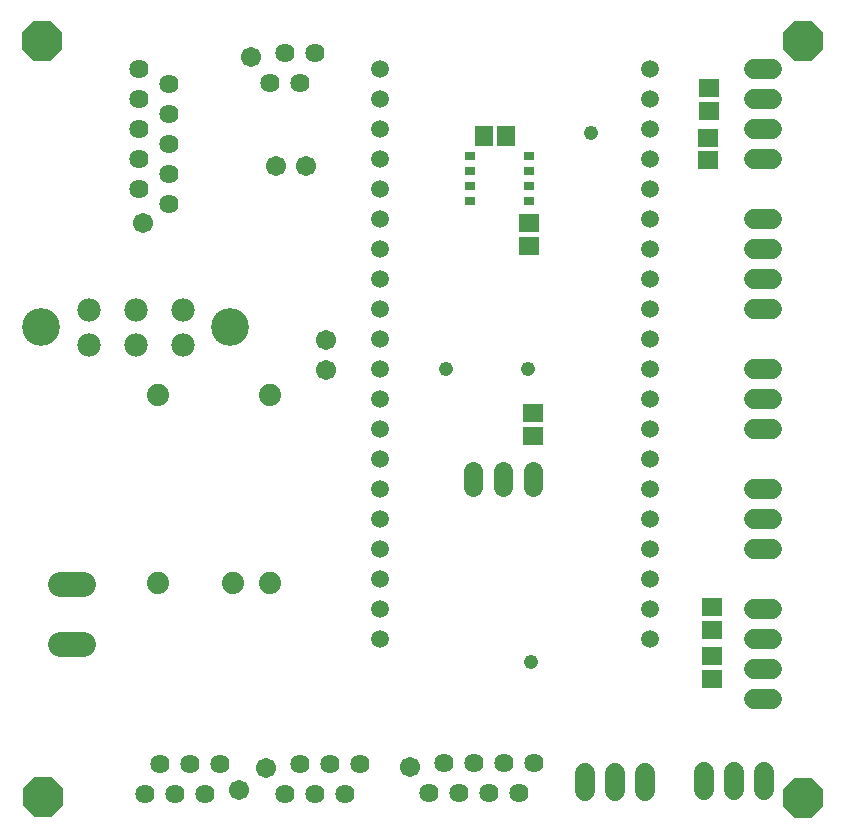
<source format=gbs>
G75*
G70*
%OFA0B0*%
%FSLAX24Y24*%
%IPPOS*%
%LPD*%
%AMOC8*
5,1,8,0,0,1.08239X$1,22.5*
%
%ADD10C,0.0595*%
%ADD11C,0.0740*%
%ADD12C,0.0848*%
%ADD13C,0.0674*%
%ADD14R,0.0380X0.0300*%
%ADD15R,0.0710X0.0592*%
%ADD16R,0.0592X0.0671*%
%ADD17C,0.0640*%
%ADD18C,0.0640*%
%ADD19C,0.0671*%
%ADD20C,0.0780*%
%ADD21C,0.1261*%
%ADD22C,0.0476*%
%ADD23OC8,0.1346*%
D10*
X019065Y011228D03*
X019065Y012228D03*
X019065Y013228D03*
X019065Y014228D03*
X019065Y015228D03*
X019065Y016228D03*
X019065Y017228D03*
X019065Y018228D03*
X019065Y019228D03*
X019065Y020228D03*
X019065Y021228D03*
X019065Y022228D03*
X019065Y023228D03*
X019065Y024228D03*
X019065Y025228D03*
X019065Y026228D03*
X019065Y027228D03*
X019065Y028228D03*
X019065Y029228D03*
X019065Y030228D03*
X028065Y030228D03*
X028065Y029228D03*
X028065Y028228D03*
X028065Y027228D03*
X028065Y026228D03*
X028065Y025228D03*
X028065Y024228D03*
X028065Y023228D03*
X028065Y022228D03*
X028065Y021228D03*
X028065Y020228D03*
X028065Y019228D03*
X028065Y018228D03*
X028065Y017228D03*
X028065Y016228D03*
X028065Y015228D03*
X028065Y014228D03*
X028065Y013228D03*
X028065Y012228D03*
X028065Y011228D03*
D11*
X015419Y013117D03*
X014167Y013117D03*
X011667Y013117D03*
X011667Y019369D03*
X015415Y019369D03*
D12*
X009166Y013092D02*
X008398Y013092D01*
X008398Y011092D02*
X009166Y011092D01*
D13*
X025900Y006785D02*
X025900Y006191D01*
X026900Y006191D02*
X026900Y006785D01*
X027900Y006785D02*
X027900Y006191D01*
X029880Y006214D02*
X029880Y006807D01*
X030880Y006807D02*
X030880Y006214D01*
X031880Y006214D02*
X031880Y006807D01*
X032127Y009228D02*
X031534Y009228D01*
X031534Y010228D02*
X032127Y010228D01*
X032127Y011228D02*
X031534Y011228D01*
X031534Y012228D02*
X032127Y012228D01*
X032127Y014228D02*
X031534Y014228D01*
X031534Y015228D02*
X032127Y015228D01*
X032127Y016228D02*
X031534Y016228D01*
X031534Y018228D02*
X032127Y018228D01*
X032127Y019228D02*
X031534Y019228D01*
X031534Y020228D02*
X032127Y020228D01*
X032127Y022228D02*
X031534Y022228D01*
X031534Y023228D02*
X032127Y023228D01*
X032127Y024228D02*
X031534Y024228D01*
X031534Y025228D02*
X032127Y025228D01*
X032127Y027228D02*
X031534Y027228D01*
X031534Y028228D02*
X032127Y028228D01*
X032127Y029228D02*
X031534Y029228D01*
X031534Y030228D02*
X032127Y030228D01*
D14*
X024028Y027329D03*
X024028Y026829D03*
X024028Y026329D03*
X024028Y025829D03*
X022073Y025829D03*
X022073Y026329D03*
X022073Y026829D03*
X022073Y027329D03*
D15*
X024030Y025093D03*
X024030Y024345D03*
X024159Y018759D03*
X024159Y018011D03*
X030143Y012297D03*
X030143Y011549D03*
X030145Y010665D03*
X030145Y009917D03*
X030005Y027204D03*
X030005Y027952D03*
X030052Y028845D03*
X030052Y029593D03*
D16*
X023281Y028023D03*
X022533Y028023D03*
D17*
X022160Y016853D02*
X022160Y016293D01*
X023160Y016293D02*
X023160Y016853D01*
X024160Y016853D02*
X024160Y016293D01*
D18*
X024213Y007118D03*
X023213Y007118D03*
X022213Y007118D03*
X021213Y007118D03*
X021713Y006118D03*
X022713Y006118D03*
X023713Y006118D03*
X020713Y006118D03*
X018416Y007090D03*
X017416Y007090D03*
X016416Y007090D03*
X016916Y006090D03*
X017916Y006090D03*
X015916Y006090D03*
X013734Y007059D03*
X012734Y007059D03*
X011734Y007059D03*
X011234Y006059D03*
X012234Y006059D03*
X013234Y006059D03*
X012030Y025745D03*
X012030Y026745D03*
X011030Y026245D03*
X011030Y027245D03*
X011030Y028245D03*
X011030Y029245D03*
X011030Y030245D03*
X012030Y029745D03*
X012030Y028745D03*
X012030Y027745D03*
X015420Y029780D03*
X016420Y029780D03*
X015920Y030780D03*
X016920Y030780D03*
D19*
X014783Y030637D03*
X015602Y027019D03*
X016602Y027019D03*
X011174Y025108D03*
X017283Y021224D03*
X017283Y020224D03*
X015278Y006946D03*
X014372Y006202D03*
X020075Y006974D03*
D20*
X012512Y021042D03*
X012512Y022223D03*
X010937Y022223D03*
X010937Y021042D03*
X009362Y021042D03*
X009362Y022223D03*
D21*
X007787Y021632D03*
X014087Y021632D03*
D22*
X021260Y020256D03*
X024015Y020240D03*
X026090Y028122D03*
X024102Y010472D03*
D23*
X007821Y005961D03*
X033186Y005938D03*
X033184Y031167D03*
X007804Y031165D03*
M02*

</source>
